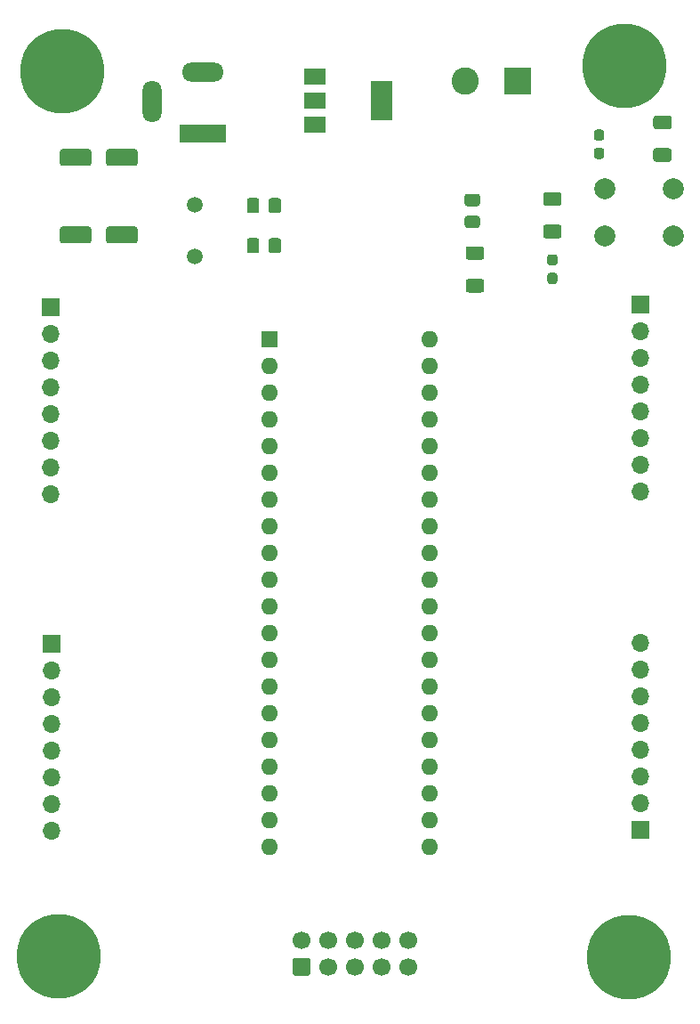
<source format=gbr>
%TF.GenerationSoftware,KiCad,Pcbnew,(5.1.12)-1*%
%TF.CreationDate,2022-02-14T10:56:51+02:00*%
%TF.ProjectId,ATMEGA32A_PU_V1,41544d45-4741-4333-9241-5f50555f5631,V01*%
%TF.SameCoordinates,Original*%
%TF.FileFunction,Soldermask,Top*%
%TF.FilePolarity,Negative*%
%FSLAX46Y46*%
G04 Gerber Fmt 4.6, Leading zero omitted, Abs format (unit mm)*
G04 Created by KiCad (PCBNEW (5.1.12)-1) date 2022-02-14 10:56:51*
%MOMM*%
%LPD*%
G01*
G04 APERTURE LIST*
%ADD10R,4.400000X1.800000*%
%ADD11O,4.000000X1.800000*%
%ADD12O,1.800000X4.000000*%
%ADD13C,8.000000*%
%ADD14C,0.900000*%
%ADD15C,1.700000*%
%ADD16R,2.600000X2.600000*%
%ADD17C,2.600000*%
%ADD18O,1.700000X1.700000*%
%ADD19R,1.700000X1.700000*%
%ADD20C,2.000000*%
%ADD21R,1.600000X1.600000*%
%ADD22O,1.600000X1.600000*%
%ADD23C,1.500000*%
%ADD24R,2.000000X3.800000*%
%ADD25R,2.000000X1.500000*%
G04 APERTURE END LIST*
D10*
%TO.C,J2*%
X130556000Y-62484000D03*
D11*
X130556000Y-56684000D03*
D12*
X125756000Y-59484000D03*
%TD*%
%TO.C,C1*%
G36*
G01*
X134751500Y-73627000D02*
X134751500Y-72677000D01*
G75*
G02*
X135001500Y-72427000I250000J0D01*
G01*
X135676500Y-72427000D01*
G75*
G02*
X135926500Y-72677000I0J-250000D01*
G01*
X135926500Y-73627000D01*
G75*
G02*
X135676500Y-73877000I-250000J0D01*
G01*
X135001500Y-73877000D01*
G75*
G02*
X134751500Y-73627000I0J250000D01*
G01*
G37*
G36*
G01*
X136826500Y-73627000D02*
X136826500Y-72677000D01*
G75*
G02*
X137076500Y-72427000I250000J0D01*
G01*
X137751500Y-72427000D01*
G75*
G02*
X138001500Y-72677000I0J-250000D01*
G01*
X138001500Y-73627000D01*
G75*
G02*
X137751500Y-73877000I-250000J0D01*
G01*
X137076500Y-73877000D01*
G75*
G02*
X136826500Y-73627000I0J250000D01*
G01*
G37*
%TD*%
%TO.C,C2*%
G36*
G01*
X136826500Y-69817000D02*
X136826500Y-68867000D01*
G75*
G02*
X137076500Y-68617000I250000J0D01*
G01*
X137751500Y-68617000D01*
G75*
G02*
X138001500Y-68867000I0J-250000D01*
G01*
X138001500Y-69817000D01*
G75*
G02*
X137751500Y-70067000I-250000J0D01*
G01*
X137076500Y-70067000D01*
G75*
G02*
X136826500Y-69817000I0J250000D01*
G01*
G37*
G36*
G01*
X134751500Y-69817000D02*
X134751500Y-68867000D01*
G75*
G02*
X135001500Y-68617000I250000J0D01*
G01*
X135676500Y-68617000D01*
G75*
G02*
X135926500Y-68867000I0J-250000D01*
G01*
X135926500Y-69817000D01*
G75*
G02*
X135676500Y-70067000I-250000J0D01*
G01*
X135001500Y-70067000D01*
G75*
G02*
X134751500Y-69817000I0J250000D01*
G01*
G37*
%TD*%
%TO.C,C3*%
G36*
G01*
X156685000Y-71475000D02*
X155735000Y-71475000D01*
G75*
G02*
X155485000Y-71225000I0J250000D01*
G01*
X155485000Y-70550000D01*
G75*
G02*
X155735000Y-70300000I250000J0D01*
G01*
X156685000Y-70300000D01*
G75*
G02*
X156935000Y-70550000I0J-250000D01*
G01*
X156935000Y-71225000D01*
G75*
G02*
X156685000Y-71475000I-250000J0D01*
G01*
G37*
G36*
G01*
X156685000Y-69400000D02*
X155735000Y-69400000D01*
G75*
G02*
X155485000Y-69150000I0J250000D01*
G01*
X155485000Y-68475000D01*
G75*
G02*
X155735000Y-68225000I250000J0D01*
G01*
X156685000Y-68225000D01*
G75*
G02*
X156935000Y-68475000I0J-250000D01*
G01*
X156935000Y-69150000D01*
G75*
G02*
X156685000Y-69400000I-250000J0D01*
G01*
G37*
%TD*%
%TO.C,C4*%
G36*
G01*
X121350000Y-65320000D02*
X121350000Y-64220000D01*
G75*
G02*
X121600000Y-63970000I250000J0D01*
G01*
X124100000Y-63970000D01*
G75*
G02*
X124350000Y-64220000I0J-250000D01*
G01*
X124350000Y-65320000D01*
G75*
G02*
X124100000Y-65570000I-250000J0D01*
G01*
X121600000Y-65570000D01*
G75*
G02*
X121350000Y-65320000I0J250000D01*
G01*
G37*
G36*
G01*
X116950000Y-65320000D02*
X116950000Y-64220000D01*
G75*
G02*
X117200000Y-63970000I250000J0D01*
G01*
X119700000Y-63970000D01*
G75*
G02*
X119950000Y-64220000I0J-250000D01*
G01*
X119950000Y-65320000D01*
G75*
G02*
X119700000Y-65570000I-250000J0D01*
G01*
X117200000Y-65570000D01*
G75*
G02*
X116950000Y-65320000I0J250000D01*
G01*
G37*
%TD*%
%TO.C,C5*%
G36*
G01*
X116950000Y-72686000D02*
X116950000Y-71586000D01*
G75*
G02*
X117200000Y-71336000I250000J0D01*
G01*
X119700000Y-71336000D01*
G75*
G02*
X119950000Y-71586000I0J-250000D01*
G01*
X119950000Y-72686000D01*
G75*
G02*
X119700000Y-72936000I-250000J0D01*
G01*
X117200000Y-72936000D01*
G75*
G02*
X116950000Y-72686000I0J250000D01*
G01*
G37*
G36*
G01*
X121350000Y-72686000D02*
X121350000Y-71586000D01*
G75*
G02*
X121600000Y-71336000I250000J0D01*
G01*
X124100000Y-71336000D01*
G75*
G02*
X124350000Y-71586000I0J-250000D01*
G01*
X124350000Y-72686000D01*
G75*
G02*
X124100000Y-72936000I-250000J0D01*
G01*
X121600000Y-72936000D01*
G75*
G02*
X121350000Y-72686000I0J250000D01*
G01*
G37*
%TD*%
%TO.C,D1*%
G36*
G01*
X163592500Y-73988500D02*
X164067500Y-73988500D01*
G75*
G02*
X164305000Y-74226000I0J-237500D01*
G01*
X164305000Y-74801000D01*
G75*
G02*
X164067500Y-75038500I-237500J0D01*
G01*
X163592500Y-75038500D01*
G75*
G02*
X163355000Y-74801000I0J237500D01*
G01*
X163355000Y-74226000D01*
G75*
G02*
X163592500Y-73988500I237500J0D01*
G01*
G37*
G36*
G01*
X163592500Y-75738500D02*
X164067500Y-75738500D01*
G75*
G02*
X164305000Y-75976000I0J-237500D01*
G01*
X164305000Y-76551000D01*
G75*
G02*
X164067500Y-76788500I-237500J0D01*
G01*
X163592500Y-76788500D01*
G75*
G02*
X163355000Y-76551000I0J237500D01*
G01*
X163355000Y-75976000D01*
G75*
G02*
X163592500Y-75738500I237500J0D01*
G01*
G37*
%TD*%
D13*
%TO.C,H1*%
X116840000Y-140716000D03*
D14*
X119840000Y-140716000D03*
X118961320Y-142837320D03*
X116840000Y-143716000D03*
X114718680Y-142837320D03*
X113840000Y-140716000D03*
X114718680Y-138594680D03*
X116840000Y-137716000D03*
X118961320Y-138594680D03*
%TD*%
%TO.C,H2*%
X119278820Y-54457180D03*
X117157500Y-53578500D03*
X115036180Y-54457180D03*
X114157500Y-56578500D03*
X115036180Y-58699820D03*
X117157500Y-59578500D03*
X119278820Y-58699820D03*
X120157500Y-56578500D03*
D13*
X117157500Y-56578500D03*
%TD*%
D14*
%TO.C,H3*%
X173253820Y-138721680D03*
X171132500Y-137843000D03*
X169011180Y-138721680D03*
X168132500Y-140843000D03*
X169011180Y-142964320D03*
X171132500Y-143843000D03*
X173253820Y-142964320D03*
X174132500Y-140843000D03*
D13*
X171132500Y-140843000D03*
%TD*%
%TO.C,H4*%
X170688000Y-56070500D03*
D14*
X173688000Y-56070500D03*
X172809320Y-58191820D03*
X170688000Y-59070500D03*
X168566680Y-58191820D03*
X167688000Y-56070500D03*
X168566680Y-53949180D03*
X170688000Y-53070500D03*
X172809320Y-53949180D03*
%TD*%
%TO.C,J1*%
G36*
G01*
X140554000Y-142582000D02*
X139354000Y-142582000D01*
G75*
G02*
X139104000Y-142332000I0J250000D01*
G01*
X139104000Y-141132000D01*
G75*
G02*
X139354000Y-140882000I250000J0D01*
G01*
X140554000Y-140882000D01*
G75*
G02*
X140804000Y-141132000I0J-250000D01*
G01*
X140804000Y-142332000D01*
G75*
G02*
X140554000Y-142582000I-250000J0D01*
G01*
G37*
D15*
X142494000Y-141732000D03*
X145034000Y-141732000D03*
X147574000Y-141732000D03*
X150114000Y-141732000D03*
X139954000Y-139192000D03*
X142494000Y-139192000D03*
X145034000Y-139192000D03*
X147574000Y-139192000D03*
X150114000Y-139192000D03*
%TD*%
D16*
%TO.C,J3*%
X160528000Y-57467500D03*
D17*
X155528000Y-57467500D03*
%TD*%
D18*
%TO.C,J4*%
X172212000Y-96520000D03*
X172212000Y-93980000D03*
X172212000Y-91440000D03*
X172212000Y-88900000D03*
X172212000Y-86360000D03*
X172212000Y-83820000D03*
X172212000Y-81280000D03*
D19*
X172212000Y-78740000D03*
%TD*%
%TO.C,J5*%
X172212000Y-128714500D03*
D18*
X172212000Y-126174500D03*
X172212000Y-123634500D03*
X172212000Y-121094500D03*
X172212000Y-118554500D03*
X172212000Y-116014500D03*
X172212000Y-113474500D03*
X172212000Y-110934500D03*
%TD*%
%TO.C,J6*%
X116078000Y-96774000D03*
X116078000Y-94234000D03*
X116078000Y-91694000D03*
X116078000Y-89154000D03*
X116078000Y-86614000D03*
X116078000Y-84074000D03*
X116078000Y-81534000D03*
D19*
X116078000Y-78994000D03*
%TD*%
%TO.C,J7*%
X116141500Y-110998000D03*
D18*
X116141500Y-113538000D03*
X116141500Y-116078000D03*
X116141500Y-118618000D03*
X116141500Y-121158000D03*
X116141500Y-123698000D03*
X116141500Y-126238000D03*
X116141500Y-128778000D03*
%TD*%
%TO.C,R1*%
G36*
G01*
X155839000Y-76312000D02*
X157089000Y-76312000D01*
G75*
G02*
X157339000Y-76562000I0J-250000D01*
G01*
X157339000Y-77362000D01*
G75*
G02*
X157089000Y-77612000I-250000J0D01*
G01*
X155839000Y-77612000D01*
G75*
G02*
X155589000Y-77362000I0J250000D01*
G01*
X155589000Y-76562000D01*
G75*
G02*
X155839000Y-76312000I250000J0D01*
G01*
G37*
G36*
G01*
X155839000Y-73212000D02*
X157089000Y-73212000D01*
G75*
G02*
X157339000Y-73462000I0J-250000D01*
G01*
X157339000Y-74262000D01*
G75*
G02*
X157089000Y-74512000I-250000J0D01*
G01*
X155839000Y-74512000D01*
G75*
G02*
X155589000Y-74262000I0J250000D01*
G01*
X155589000Y-73462000D01*
G75*
G02*
X155839000Y-73212000I250000J0D01*
G01*
G37*
%TD*%
%TO.C,R2*%
G36*
G01*
X163205000Y-68057000D02*
X164455000Y-68057000D01*
G75*
G02*
X164705000Y-68307000I0J-250000D01*
G01*
X164705000Y-69107000D01*
G75*
G02*
X164455000Y-69357000I-250000J0D01*
G01*
X163205000Y-69357000D01*
G75*
G02*
X162955000Y-69107000I0J250000D01*
G01*
X162955000Y-68307000D01*
G75*
G02*
X163205000Y-68057000I250000J0D01*
G01*
G37*
G36*
G01*
X163205000Y-71157000D02*
X164455000Y-71157000D01*
G75*
G02*
X164705000Y-71407000I0J-250000D01*
G01*
X164705000Y-72207000D01*
G75*
G02*
X164455000Y-72457000I-250000J0D01*
G01*
X163205000Y-72457000D01*
G75*
G02*
X162955000Y-72207000I0J250000D01*
G01*
X162955000Y-71407000D01*
G75*
G02*
X163205000Y-71157000I250000J0D01*
G01*
G37*
%TD*%
D20*
%TO.C,SW1*%
X168846500Y-72254500D03*
X168846500Y-67754500D03*
X175346500Y-72254500D03*
X175346500Y-67754500D03*
%TD*%
D21*
%TO.C,U1*%
X136906000Y-82042000D03*
D22*
X152146000Y-130302000D03*
X136906000Y-84582000D03*
X152146000Y-127762000D03*
X136906000Y-87122000D03*
X152146000Y-125222000D03*
X136906000Y-89662000D03*
X152146000Y-122682000D03*
X136906000Y-92202000D03*
X152146000Y-120142000D03*
X136906000Y-94742000D03*
X152146000Y-117602000D03*
X136906000Y-97282000D03*
X152146000Y-115062000D03*
X136906000Y-99822000D03*
X152146000Y-112522000D03*
X136906000Y-102362000D03*
X152146000Y-109982000D03*
X136906000Y-104902000D03*
X152146000Y-107442000D03*
X136906000Y-107442000D03*
X152146000Y-104902000D03*
X136906000Y-109982000D03*
X152146000Y-102362000D03*
X136906000Y-112522000D03*
X152146000Y-99822000D03*
X136906000Y-115062000D03*
X152146000Y-97282000D03*
X136906000Y-117602000D03*
X152146000Y-94742000D03*
X136906000Y-120142000D03*
X152146000Y-92202000D03*
X136906000Y-122682000D03*
X152146000Y-89662000D03*
X136906000Y-125222000D03*
X152146000Y-87122000D03*
X136906000Y-127762000D03*
X152146000Y-84582000D03*
X136906000Y-130302000D03*
X152146000Y-82042000D03*
%TD*%
D23*
%TO.C,Y1*%
X129794000Y-74168000D03*
X129794000Y-69288000D03*
%TD*%
D24*
%TO.C,U2*%
X147549000Y-59372500D03*
D25*
X141249000Y-59372500D03*
X141249000Y-61672500D03*
X141249000Y-57072500D03*
%TD*%
%TO.C,D2*%
G36*
G01*
X168512500Y-64914000D02*
X168037500Y-64914000D01*
G75*
G02*
X167800000Y-64676500I0J237500D01*
G01*
X167800000Y-64101500D01*
G75*
G02*
X168037500Y-63864000I237500J0D01*
G01*
X168512500Y-63864000D01*
G75*
G02*
X168750000Y-64101500I0J-237500D01*
G01*
X168750000Y-64676500D01*
G75*
G02*
X168512500Y-64914000I-237500J0D01*
G01*
G37*
G36*
G01*
X168512500Y-63164000D02*
X168037500Y-63164000D01*
G75*
G02*
X167800000Y-62926500I0J237500D01*
G01*
X167800000Y-62351500D01*
G75*
G02*
X168037500Y-62114000I237500J0D01*
G01*
X168512500Y-62114000D01*
G75*
G02*
X168750000Y-62351500I0J-237500D01*
G01*
X168750000Y-62926500D01*
G75*
G02*
X168512500Y-63164000I-237500J0D01*
G01*
G37*
%TD*%
%TO.C,R3*%
G36*
G01*
X174932500Y-65192000D02*
X173682500Y-65192000D01*
G75*
G02*
X173432500Y-64942000I0J250000D01*
G01*
X173432500Y-64142000D01*
G75*
G02*
X173682500Y-63892000I250000J0D01*
G01*
X174932500Y-63892000D01*
G75*
G02*
X175182500Y-64142000I0J-250000D01*
G01*
X175182500Y-64942000D01*
G75*
G02*
X174932500Y-65192000I-250000J0D01*
G01*
G37*
G36*
G01*
X174932500Y-62092000D02*
X173682500Y-62092000D01*
G75*
G02*
X173432500Y-61842000I0J250000D01*
G01*
X173432500Y-61042000D01*
G75*
G02*
X173682500Y-60792000I250000J0D01*
G01*
X174932500Y-60792000D01*
G75*
G02*
X175182500Y-61042000I0J-250000D01*
G01*
X175182500Y-61842000D01*
G75*
G02*
X174932500Y-62092000I-250000J0D01*
G01*
G37*
%TD*%
M02*

</source>
